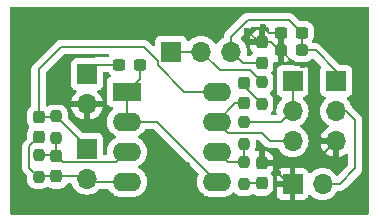
<source format=gbr>
%TF.GenerationSoftware,KiCad,Pcbnew,8.0.6*%
%TF.CreationDate,2024-12-31T17:28:58-06:00*%
%TF.ProjectId,OpAmpDistortion,4f70416d-7044-4697-9374-6f7274696f6e,rev?*%
%TF.SameCoordinates,Original*%
%TF.FileFunction,Copper,L1,Top*%
%TF.FilePolarity,Positive*%
%FSLAX46Y46*%
G04 Gerber Fmt 4.6, Leading zero omitted, Abs format (unit mm)*
G04 Created by KiCad (PCBNEW 8.0.6) date 2024-12-31 17:28:58*
%MOMM*%
%LPD*%
G01*
G04 APERTURE LIST*
G04 Aperture macros list*
%AMRoundRect*
0 Rectangle with rounded corners*
0 $1 Rounding radius*
0 $2 $3 $4 $5 $6 $7 $8 $9 X,Y pos of 4 corners*
0 Add a 4 corners polygon primitive as box body*
4,1,4,$2,$3,$4,$5,$6,$7,$8,$9,$2,$3,0*
0 Add four circle primitives for the rounded corners*
1,1,$1+$1,$2,$3*
1,1,$1+$1,$4,$5*
1,1,$1+$1,$6,$7*
1,1,$1+$1,$8,$9*
0 Add four rect primitives between the rounded corners*
20,1,$1+$1,$2,$3,$4,$5,0*
20,1,$1+$1,$4,$5,$6,$7,0*
20,1,$1+$1,$6,$7,$8,$9,0*
20,1,$1+$1,$8,$9,$2,$3,0*%
G04 Aperture macros list end*
%TA.AperFunction,ComponentPad*%
%ADD10R,1.700000X1.700000*%
%TD*%
%TA.AperFunction,ComponentPad*%
%ADD11O,1.700000X1.700000*%
%TD*%
%TA.AperFunction,SMDPad,CuDef*%
%ADD12RoundRect,0.237500X0.300000X0.237500X-0.300000X0.237500X-0.300000X-0.237500X0.300000X-0.237500X0*%
%TD*%
%TA.AperFunction,SMDPad,CuDef*%
%ADD13RoundRect,0.237500X0.287500X0.237500X-0.287500X0.237500X-0.287500X-0.237500X0.287500X-0.237500X0*%
%TD*%
%TA.AperFunction,SMDPad,CuDef*%
%ADD14RoundRect,0.237500X-0.237500X0.300000X-0.237500X-0.300000X0.237500X-0.300000X0.237500X0.300000X0*%
%TD*%
%TA.AperFunction,SMDPad,CuDef*%
%ADD15RoundRect,0.237500X0.237500X-0.250000X0.237500X0.250000X-0.237500X0.250000X-0.237500X-0.250000X0*%
%TD*%
%TA.AperFunction,ComponentPad*%
%ADD16R,2.400000X1.600000*%
%TD*%
%TA.AperFunction,ComponentPad*%
%ADD17O,2.400000X1.600000*%
%TD*%
%TA.AperFunction,SMDPad,CuDef*%
%ADD18RoundRect,0.237500X-0.237500X0.250000X-0.237500X-0.250000X0.237500X-0.250000X0.237500X0.250000X0*%
%TD*%
%TA.AperFunction,SMDPad,CuDef*%
%ADD19RoundRect,0.237500X-0.300000X-0.237500X0.300000X-0.237500X0.300000X0.237500X-0.300000X0.237500X0*%
%TD*%
%TA.AperFunction,SMDPad,CuDef*%
%ADD20RoundRect,0.237500X0.237500X-0.300000X0.237500X0.300000X-0.237500X0.300000X-0.237500X-0.300000X0*%
%TD*%
%TA.AperFunction,SMDPad,CuDef*%
%ADD21RoundRect,0.237500X-0.237500X0.287500X-0.237500X-0.287500X0.237500X-0.287500X0.237500X0.287500X0*%
%TD*%
%TA.AperFunction,ViaPad*%
%ADD22C,0.600000*%
%TD*%
%TA.AperFunction,Conductor*%
%ADD23C,0.200000*%
%TD*%
G04 APERTURE END LIST*
D10*
%TO.P,RV1,1,1*%
%TO.N,Net-(R4-Pad2)*%
X148900000Y-88375000D03*
D11*
%TO.P,RV1,2,2*%
X148900000Y-90915000D03*
%TO.P,RV1,3,3*%
%TO.N,Net-(C5-Pad1)*%
X148900000Y-93455000D03*
%TD*%
D12*
%TO.P,C6,1*%
%TO.N,Net-(D1-K)*%
X149662500Y-84300000D03*
%TO.P,C6,2*%
%TO.N,GND*%
X147937500Y-84300000D03*
%TD*%
D13*
%TO.P,D1,1,K*%
%TO.N,Net-(D1-K)*%
X149675000Y-85800000D03*
%TO.P,D1,2,A*%
%TO.N,GND*%
X147925000Y-85800000D03*
%TD*%
D14*
%TO.P,C4,1*%
%TO.N,GND*%
X146300000Y-95337500D03*
%TO.P,C4,2*%
%TO.N,Net-(C4-Pad2)*%
X146300000Y-97062500D03*
%TD*%
D10*
%TO.P,RV3,1,1*%
%TO.N,Net-(R5-Pad2)*%
X138620000Y-85900000D03*
D11*
%TO.P,RV3,2,2*%
X141160000Y-85900000D03*
%TO.P,RV3,3,3*%
%TO.N,Net-(D1-K)*%
X143700000Y-85900000D03*
%TD*%
D10*
%TO.P,J1,1,Pin_1*%
%TO.N,Net-(J1-Pin_1)*%
X131500000Y-87825000D03*
D11*
%TO.P,J1,2,Pin_2*%
%TO.N,GND*%
X131500000Y-90365000D03*
%TD*%
D15*
%TO.P,R4,1*%
%TO.N,Net-(U1B--)*%
X144800000Y-93712500D03*
%TO.P,R4,2*%
%TO.N,Net-(R4-Pad2)*%
X144800000Y-91887500D03*
%TD*%
D16*
%TO.P,U1,1*%
%TO.N,Net-(U1A--)*%
X134875000Y-89300000D03*
D17*
%TO.P,U1,2,-*%
X134875000Y-91840000D03*
%TO.P,U1,3,+*%
%TO.N,Net-(U1A-+)*%
X134875000Y-94380000D03*
%TO.P,U1,4,V-*%
%TO.N,Net-(BT1--)*%
X134875000Y-96920000D03*
%TO.P,U1,5,+*%
%TO.N,Net-(U1A--)*%
X142495000Y-96920000D03*
%TO.P,U1,6,-*%
%TO.N,Net-(U1B--)*%
X142495000Y-94380000D03*
%TO.P,U1,7*%
%TO.N,Net-(C5-Pad1)*%
X142495000Y-91840000D03*
%TO.P,U1,8,V+*%
%TO.N,Net-(BT1-+)*%
X142495000Y-89300000D03*
%TD*%
D15*
%TO.P,R3,1*%
%TO.N,Net-(C4-Pad2)*%
X144800000Y-97112500D03*
%TO.P,R3,2*%
%TO.N,Net-(U1B--)*%
X144800000Y-95287500D03*
%TD*%
D10*
%TO.P,RV2,1,1*%
%TO.N,Net-(D1-K)*%
X152603200Y-88392000D03*
D11*
%TO.P,RV2,2,2*%
%TO.N,Net-(J2-Pin_2)*%
X152603200Y-90932000D03*
%TO.P,RV2,3,3*%
%TO.N,GND*%
X152603200Y-93472000D03*
%TD*%
D18*
%TO.P,R1,1*%
%TO.N,Net-(BT1-+)*%
X128900000Y-91387500D03*
%TO.P,R1,2*%
%TO.N,Net-(U1A-+)*%
X128900000Y-93212500D03*
%TD*%
D19*
%TO.P,C3,1*%
%TO.N,Net-(J1-Pin_1)*%
X134237500Y-87000000D03*
%TO.P,C3,2*%
%TO.N,Net-(U1A--)*%
X135962500Y-87000000D03*
%TD*%
D14*
%TO.P,C2,1*%
%TO.N,Net-(U1A-+)*%
X128900000Y-94737500D03*
%TO.P,C2,2*%
%TO.N,Net-(BT1--)*%
X128900000Y-96462500D03*
%TD*%
D20*
%TO.P,C5,1*%
%TO.N,Net-(C5-Pad1)*%
X144800000Y-90262500D03*
%TO.P,C5,2*%
%TO.N,Net-(C5-Pad2)*%
X144800000Y-88537500D03*
%TD*%
D10*
%TO.P,J2,1,Pin_1*%
%TO.N,GND*%
X148900000Y-97100000D03*
D11*
%TO.P,J2,2,Pin_2*%
%TO.N,Net-(J2-Pin_2)*%
X151440000Y-97100000D03*
%TD*%
D15*
%TO.P,R5,1*%
%TO.N,Net-(C5-Pad2)*%
X146300000Y-90312500D03*
%TO.P,R5,2*%
%TO.N,Net-(R5-Pad2)*%
X146300000Y-88487500D03*
%TD*%
D10*
%TO.P,BT1,1,+*%
%TO.N,Net-(BT1-+)*%
X131500000Y-94125000D03*
D11*
%TO.P,BT1,2,-*%
%TO.N,Net-(BT1--)*%
X131500000Y-96665000D03*
%TD*%
D14*
%TO.P,C1,1*%
%TO.N,Net-(BT1-+)*%
X127400000Y-91437500D03*
%TO.P,C1,2*%
%TO.N,Net-(BT1--)*%
X127400000Y-93162500D03*
%TD*%
D21*
%TO.P,D2,1,K*%
%TO.N,GND*%
X146300000Y-85125000D03*
%TO.P,D2,2,A*%
%TO.N,Net-(D1-K)*%
X146300000Y-86875000D03*
%TD*%
D18*
%TO.P,R2,1*%
%TO.N,Net-(U1A-+)*%
X127400000Y-94687500D03*
%TO.P,R2,2*%
%TO.N,Net-(BT1--)*%
X127400000Y-96512500D03*
%TD*%
D22*
%TO.N,GND*%
X146300000Y-94050000D03*
X151079200Y-95199200D03*
X147700000Y-96200000D03*
X129150000Y-89650000D03*
X140000000Y-97500000D03*
X137000000Y-97500000D03*
X139000000Y-97500000D03*
X138000000Y-96500000D03*
X146400000Y-83800000D03*
X149800000Y-87000000D03*
X145049265Y-84149265D03*
X137000000Y-96500000D03*
X139000000Y-95500000D03*
X138000000Y-95500000D03*
X138000000Y-97500000D03*
X150774400Y-92659200D03*
X137000000Y-95500000D03*
X139000000Y-96500000D03*
X140000000Y-95500000D03*
X140000000Y-96500000D03*
%TD*%
D23*
%TO.N,Net-(BT1--)*%
X134875000Y-96920000D02*
X131755000Y-96920000D01*
X127400000Y-93162500D02*
X126625000Y-93937500D01*
X126625000Y-95737500D02*
X127400000Y-96512500D01*
X128850000Y-96512500D02*
X128900000Y-96462500D01*
X131297500Y-96462500D02*
X128900000Y-96462500D01*
X131755000Y-96920000D02*
X131500000Y-96665000D01*
X128900000Y-96462500D02*
X127450000Y-96462500D01*
X126625000Y-93937500D02*
X126625000Y-95737500D01*
X131500000Y-96665000D02*
X131297500Y-96462500D01*
X127450000Y-96462500D02*
X127400000Y-96512500D01*
%TO.N,Net-(BT1-+)*%
X128900000Y-91387500D02*
X131500000Y-93987500D01*
X131500000Y-93987500D02*
X131500000Y-94125000D01*
X127400000Y-91437500D02*
X128850000Y-91437500D01*
X139720000Y-89300000D02*
X137470000Y-87050000D01*
X131500000Y-93700000D02*
X131500000Y-94125000D01*
X137470000Y-87050000D02*
X137470000Y-86670000D01*
X127450000Y-91387500D02*
X127400000Y-91437500D01*
X142495000Y-89300000D02*
X139720000Y-89300000D01*
X128850000Y-91437500D02*
X128900000Y-91387500D01*
X137470000Y-86670000D02*
X136300000Y-85500000D01*
X136300000Y-85500000D02*
X129300000Y-85500000D01*
X127400000Y-87400000D02*
X127400000Y-91437500D01*
X128900000Y-91387500D02*
X129187500Y-91387500D01*
X129300000Y-85500000D02*
X127400000Y-87400000D01*
%TO.N,Net-(U1A-+)*%
X127400000Y-94687500D02*
X128850000Y-94687500D01*
X128900000Y-94737500D02*
X129437500Y-95275000D01*
X129437500Y-95275000D02*
X133980000Y-95275000D01*
X128850000Y-94687500D02*
X128900000Y-94737500D01*
X128900000Y-94737500D02*
X128900000Y-93212500D01*
X133980000Y-95275000D02*
X134875000Y-94380000D01*
%TO.N,Net-(U1A--)*%
X134875000Y-91840000D02*
X137415000Y-91840000D01*
X137415000Y-91840000D02*
X142495000Y-96920000D01*
X134875000Y-91840000D02*
X134875000Y-89300000D01*
X135962500Y-87000000D02*
X135962500Y-88212500D01*
X135962500Y-88212500D02*
X134875000Y-89300000D01*
%TO.N,Net-(J1-Pin_1)*%
X132325000Y-87000000D02*
X131500000Y-87825000D01*
X134237500Y-87000000D02*
X132325000Y-87000000D01*
%TO.N,Net-(C4-Pad2)*%
X146300000Y-97062500D02*
X144850000Y-97062500D01*
X144850000Y-97062500D02*
X144800000Y-97112500D01*
%TO.N,GND*%
X146900000Y-84300000D02*
X146400000Y-83800000D01*
X147925000Y-85800000D02*
X147750000Y-85800000D01*
X146300000Y-95337500D02*
X146300000Y-94050000D01*
X148900000Y-97100000D02*
X148900000Y-97040000D01*
X149125000Y-87000000D02*
X149800000Y-87000000D01*
X148900000Y-97100000D02*
X148600000Y-97100000D01*
X146025000Y-85125000D02*
X145049265Y-84149265D01*
X147937500Y-84300000D02*
X146900000Y-84300000D01*
X147075000Y-85125000D02*
X146300000Y-85125000D01*
X151587200Y-93472000D02*
X150774400Y-92659200D01*
X147750000Y-85800000D02*
X147075000Y-85125000D01*
X151079200Y-94996000D02*
X151079200Y-95199200D01*
X152603200Y-93472000D02*
X151079200Y-94996000D01*
X147937500Y-84300000D02*
X147937500Y-85787500D01*
X147937500Y-85787500D02*
X147925000Y-85800000D01*
X152603200Y-93472000D02*
X151587200Y-93472000D01*
X129865000Y-90365000D02*
X129150000Y-89650000D01*
X148600000Y-97100000D02*
X147700000Y-96200000D01*
X131500000Y-90365000D02*
X129865000Y-90365000D01*
X146300000Y-85125000D02*
X146025000Y-85125000D01*
X147925000Y-85800000D02*
X149125000Y-87000000D01*
%TO.N,Net-(C5-Pad2)*%
X144800000Y-88812500D02*
X146300000Y-90312500D01*
X144800000Y-88537500D02*
X144800000Y-88812500D01*
%TO.N,Net-(C5-Pad1)*%
X146955000Y-93455000D02*
X146300000Y-92800000D01*
X146300000Y-92800000D02*
X143455000Y-92800000D01*
X148900000Y-93455000D02*
X146955000Y-93455000D01*
X142495000Y-91840000D02*
X144072500Y-90262500D01*
X143455000Y-92800000D02*
X142495000Y-91840000D01*
X144072500Y-90262500D02*
X144800000Y-90262500D01*
%TO.N,Net-(D1-K)*%
X149662500Y-84300000D02*
X149662500Y-85787500D01*
X143700000Y-85900000D02*
X144675000Y-86875000D01*
X152603200Y-88392000D02*
X152603200Y-87553200D01*
X149662500Y-84300000D02*
X148572900Y-83210400D01*
X143700000Y-84650000D02*
X143700000Y-85900000D01*
X144675000Y-86875000D02*
X146300000Y-86875000D01*
X146648529Y-83200000D02*
X145150000Y-83200000D01*
X145150000Y-83200000D02*
X143700000Y-84650000D01*
X149662500Y-85787500D02*
X149675000Y-85800000D01*
X149675000Y-85800000D02*
X150850000Y-85800000D01*
X146658929Y-83210400D02*
X146648529Y-83200000D01*
X152603200Y-87553200D02*
X150850000Y-85800000D01*
X148572900Y-83210400D02*
X146658929Y-83210400D01*
%TO.N,Net-(J2-Pin_2)*%
X151440000Y-97100000D02*
X152900000Y-97100000D01*
X153416000Y-90932000D02*
X152603200Y-90932000D01*
X154200000Y-91716000D02*
X153416000Y-90932000D01*
X152900000Y-97100000D02*
X154200000Y-95800000D01*
X154200000Y-95800000D02*
X154200000Y-91716000D01*
%TO.N,Net-(U1B--)*%
X143402500Y-95287500D02*
X142495000Y-94380000D01*
X144800000Y-93712500D02*
X144800000Y-95287500D01*
X144800000Y-95287500D02*
X143402500Y-95287500D01*
%TO.N,Net-(R4-Pad2)*%
X147927500Y-91887500D02*
X144800000Y-91887500D01*
X148900000Y-90915000D02*
X147927500Y-91887500D01*
X148900000Y-90915000D02*
X148900000Y-88375000D01*
%TO.N,Net-(R5-Pad2)*%
X145312500Y-87500000D02*
X142760000Y-87500000D01*
X142760000Y-87500000D02*
X141160000Y-85900000D01*
X138620000Y-85900000D02*
X141160000Y-85900000D01*
X146300000Y-88487500D02*
X145312500Y-87500000D01*
%TD*%
%TA.AperFunction,Conductor*%
%TO.N,GND*%
G36*
X133324622Y-86120185D02*
G01*
X133370377Y-86172989D01*
X133380321Y-86242147D01*
X133357611Y-86294983D01*
X133358452Y-86295502D01*
X133354944Y-86301188D01*
X133354849Y-86301411D01*
X133354659Y-86301650D01*
X133330638Y-86340596D01*
X133278690Y-86387321D01*
X133225099Y-86399500D01*
X132404057Y-86399500D01*
X132245942Y-86399500D01*
X132093215Y-86440423D01*
X132071166Y-86453152D01*
X132062965Y-86457888D01*
X132000966Y-86474500D01*
X130602129Y-86474500D01*
X130602123Y-86474501D01*
X130542516Y-86480908D01*
X130407671Y-86531202D01*
X130407664Y-86531206D01*
X130292455Y-86617452D01*
X130292452Y-86617455D01*
X130206206Y-86732664D01*
X130206202Y-86732671D01*
X130155908Y-86867517D01*
X130149501Y-86927116D01*
X130149500Y-86927135D01*
X130149500Y-88722870D01*
X130149501Y-88722876D01*
X130155908Y-88782483D01*
X130206202Y-88917328D01*
X130206206Y-88917335D01*
X130292452Y-89032544D01*
X130292455Y-89032547D01*
X130407664Y-89118793D01*
X130407671Y-89118797D01*
X130407674Y-89118798D01*
X130539598Y-89168002D01*
X130595531Y-89209873D01*
X130619949Y-89275337D01*
X130605098Y-89343610D01*
X130583947Y-89371865D01*
X130461886Y-89493926D01*
X130326400Y-89687420D01*
X130326399Y-89687422D01*
X130226570Y-89901507D01*
X130226567Y-89901513D01*
X130169364Y-90114999D01*
X130169364Y-90115000D01*
X131066988Y-90115000D01*
X131034075Y-90172007D01*
X131000000Y-90299174D01*
X131000000Y-90430826D01*
X131034075Y-90557993D01*
X131066988Y-90615000D01*
X130169364Y-90615000D01*
X130226567Y-90828486D01*
X130226570Y-90828492D01*
X130326399Y-91042578D01*
X130461894Y-91236082D01*
X130628917Y-91403105D01*
X130822421Y-91538600D01*
X131036507Y-91638429D01*
X131036516Y-91638433D01*
X131250000Y-91695634D01*
X131250000Y-90798012D01*
X131307007Y-90830925D01*
X131434174Y-90865000D01*
X131565826Y-90865000D01*
X131692993Y-90830925D01*
X131750000Y-90798012D01*
X131750000Y-91695633D01*
X131963483Y-91638433D01*
X131963492Y-91638429D01*
X132177578Y-91538600D01*
X132371082Y-91403105D01*
X132538105Y-91236082D01*
X132673600Y-91042578D01*
X132773429Y-90828492D01*
X132773432Y-90828486D01*
X132830636Y-90615000D01*
X131933012Y-90615000D01*
X131965925Y-90557993D01*
X132000000Y-90430826D01*
X132000000Y-90299174D01*
X131965925Y-90172007D01*
X131933012Y-90115000D01*
X132830636Y-90115000D01*
X132830635Y-90114999D01*
X132773432Y-89901513D01*
X132773429Y-89901507D01*
X132673600Y-89687422D01*
X132673599Y-89687420D01*
X132538113Y-89493926D01*
X132538108Y-89493920D01*
X132416053Y-89371865D01*
X132382568Y-89310542D01*
X132387552Y-89240850D01*
X132429424Y-89184917D01*
X132460400Y-89168002D01*
X132592331Y-89118796D01*
X132707546Y-89032546D01*
X132793796Y-88917331D01*
X132844091Y-88782483D01*
X132850500Y-88722873D01*
X132850499Y-87724499D01*
X132870183Y-87657461D01*
X132922987Y-87611706D01*
X132974499Y-87600500D01*
X133225099Y-87600500D01*
X133292138Y-87620185D01*
X133330638Y-87659404D01*
X133354659Y-87698349D01*
X133476650Y-87820340D01*
X133482566Y-87823989D01*
X133529291Y-87875936D01*
X133540514Y-87944899D01*
X133512671Y-88008981D01*
X133460804Y-88045710D01*
X133432669Y-88056203D01*
X133432664Y-88056206D01*
X133317455Y-88142452D01*
X133317452Y-88142455D01*
X133231206Y-88257664D01*
X133231202Y-88257671D01*
X133180908Y-88392517D01*
X133174501Y-88452116D01*
X133174501Y-88452123D01*
X133174500Y-88452135D01*
X133174500Y-90147870D01*
X133174501Y-90147876D01*
X133180908Y-90207483D01*
X133231202Y-90342328D01*
X133231206Y-90342335D01*
X133317452Y-90457544D01*
X133317455Y-90457547D01*
X133432664Y-90543793D01*
X133432671Y-90543797D01*
X133470733Y-90557993D01*
X133567517Y-90594091D01*
X133604441Y-90598060D01*
X133668989Y-90624796D01*
X133708838Y-90682188D01*
X133711333Y-90752013D01*
X133675681Y-90812102D01*
X133664071Y-90821666D01*
X133627784Y-90848030D01*
X133483028Y-90992786D01*
X133362715Y-91158386D01*
X133269781Y-91340776D01*
X133206522Y-91535465D01*
X133174500Y-91737648D01*
X133174500Y-91942351D01*
X133206522Y-92144534D01*
X133269781Y-92339223D01*
X133318017Y-92433890D01*
X133345588Y-92488001D01*
X133362715Y-92521613D01*
X133483028Y-92687213D01*
X133627786Y-92831971D01*
X133745443Y-92917452D01*
X133793390Y-92952287D01*
X133870026Y-92991335D01*
X133886080Y-92999515D01*
X133936876Y-93047490D01*
X133953671Y-93115311D01*
X133931134Y-93181446D01*
X133886080Y-93220485D01*
X133793386Y-93267715D01*
X133627786Y-93388028D01*
X133483028Y-93532786D01*
X133362715Y-93698386D01*
X133269781Y-93880776D01*
X133206522Y-94075465D01*
X133189092Y-94185518D01*
X133174500Y-94277648D01*
X133174500Y-94482352D01*
X133182221Y-94531103D01*
X133173268Y-94600394D01*
X133128272Y-94653847D01*
X133061521Y-94674487D01*
X133059749Y-94674500D01*
X132974500Y-94674500D01*
X132907461Y-94654815D01*
X132861706Y-94602011D01*
X132850500Y-94550500D01*
X132850499Y-93227129D01*
X132850498Y-93227123D01*
X132849947Y-93222000D01*
X132844091Y-93167517D01*
X132824619Y-93115311D01*
X132793797Y-93032671D01*
X132793793Y-93032664D01*
X132707547Y-92917455D01*
X132707544Y-92917452D01*
X132592335Y-92831206D01*
X132592328Y-92831202D01*
X132457482Y-92780908D01*
X132457483Y-92780908D01*
X132397883Y-92774501D01*
X132397881Y-92774500D01*
X132397873Y-92774500D01*
X132397865Y-92774500D01*
X131187597Y-92774500D01*
X131120558Y-92754815D01*
X131099916Y-92738181D01*
X129911818Y-91550083D01*
X129878333Y-91488760D01*
X129875499Y-91462402D01*
X129875499Y-91088330D01*
X129875498Y-91088313D01*
X129865174Y-90987247D01*
X129846867Y-90932000D01*
X129810908Y-90823484D01*
X129720340Y-90676650D01*
X129598350Y-90554660D01*
X129458405Y-90468341D01*
X129451518Y-90464093D01*
X129451513Y-90464091D01*
X129450069Y-90463612D01*
X129287753Y-90409826D01*
X129287751Y-90409825D01*
X129186678Y-90399500D01*
X128613330Y-90399500D01*
X128613312Y-90399501D01*
X128512247Y-90409825D01*
X128348484Y-90464092D01*
X128348481Y-90464093D01*
X128240599Y-90530636D01*
X128215099Y-90546365D01*
X128215097Y-90546366D01*
X128147704Y-90564806D01*
X128084902Y-90546365D01*
X128059402Y-90530636D01*
X128012678Y-90478687D01*
X128000500Y-90425098D01*
X128000500Y-87700097D01*
X128020185Y-87633058D01*
X128036819Y-87612416D01*
X129512417Y-86136819D01*
X129573740Y-86103334D01*
X129600098Y-86100500D01*
X133257583Y-86100500D01*
X133324622Y-86120185D01*
G37*
%TD.AperFunction*%
%TA.AperFunction,Conductor*%
G36*
X146556823Y-83804725D02*
G01*
X146579872Y-83810901D01*
X146579873Y-83810901D01*
X146745582Y-83810901D01*
X146745598Y-83810900D01*
X146783369Y-83810900D01*
X146850408Y-83830585D01*
X146896163Y-83883389D01*
X146906727Y-83947502D01*
X146899999Y-84013354D01*
X146899900Y-84015306D01*
X146899759Y-84015708D01*
X146899679Y-84016493D01*
X146899491Y-84016473D01*
X146876823Y-84081255D01*
X146821755Y-84124258D01*
X146752179Y-84130663D01*
X146737058Y-84126690D01*
X146687653Y-84110319D01*
X146586654Y-84100000D01*
X146550000Y-84100000D01*
X146550000Y-85251000D01*
X146530315Y-85318039D01*
X146477511Y-85363794D01*
X146426000Y-85375000D01*
X145325001Y-85375000D01*
X145325001Y-85461654D01*
X145335319Y-85562652D01*
X145389546Y-85726300D01*
X145389551Y-85726311D01*
X145480052Y-85873034D01*
X145480055Y-85873038D01*
X145518982Y-85911965D01*
X145552467Y-85973288D01*
X145547483Y-86042980D01*
X145518983Y-86087326D01*
X145479659Y-86126650D01*
X145424798Y-86215596D01*
X145372850Y-86262321D01*
X145319259Y-86274500D01*
X145158216Y-86274500D01*
X145091177Y-86254815D01*
X145045422Y-86202011D01*
X145034688Y-86139692D01*
X145039327Y-86086676D01*
X145055659Y-85900000D01*
X145035063Y-85664592D01*
X144973903Y-85436337D01*
X144874035Y-85222171D01*
X144868425Y-85214158D01*
X144738494Y-85028597D01*
X144571404Y-84861508D01*
X144571401Y-84861505D01*
X144555012Y-84850029D01*
X144511389Y-84795450D01*
X144510654Y-84788345D01*
X145325000Y-84788345D01*
X145325000Y-84875000D01*
X146050000Y-84875000D01*
X146050000Y-84100000D01*
X146013361Y-84100000D01*
X146013343Y-84100001D01*
X145912347Y-84110319D01*
X145748699Y-84164546D01*
X145748688Y-84164551D01*
X145601965Y-84255052D01*
X145601961Y-84255055D01*
X145480055Y-84376961D01*
X145480052Y-84376965D01*
X145389551Y-84523688D01*
X145389546Y-84523699D01*
X145335319Y-84687347D01*
X145325000Y-84788345D01*
X144510654Y-84788345D01*
X144504198Y-84725952D01*
X144535723Y-84663598D01*
X144538420Y-84660814D01*
X145362417Y-83836819D01*
X145423740Y-83803334D01*
X145450098Y-83800500D01*
X146524730Y-83800500D01*
X146556823Y-83804725D01*
G37*
%TD.AperFunction*%
%TA.AperFunction,Conductor*%
G36*
X155342539Y-82113785D02*
G01*
X155388294Y-82166589D01*
X155399500Y-82218100D01*
X155399500Y-99575500D01*
X155379815Y-99642539D01*
X155327011Y-99688294D01*
X155275500Y-99699500D01*
X125124500Y-99699500D01*
X125057461Y-99679815D01*
X125011706Y-99627011D01*
X125000500Y-99575500D01*
X125000500Y-95816554D01*
X126024498Y-95816554D01*
X126065423Y-95969285D01*
X126075750Y-95987171D01*
X126075751Y-95987174D01*
X126144475Y-96106209D01*
X126144481Y-96106217D01*
X126263349Y-96225085D01*
X126263355Y-96225090D01*
X126388181Y-96349916D01*
X126421666Y-96411239D01*
X126424500Y-96437597D01*
X126424500Y-96811669D01*
X126424501Y-96811687D01*
X126434825Y-96912752D01*
X126471109Y-97022249D01*
X126489092Y-97076516D01*
X126579660Y-97223350D01*
X126701650Y-97345340D01*
X126848484Y-97435908D01*
X127012247Y-97490174D01*
X127113323Y-97500500D01*
X127686676Y-97500499D01*
X127686684Y-97500498D01*
X127686687Y-97500498D01*
X127742030Y-97494844D01*
X127787753Y-97490174D01*
X127951516Y-97435908D01*
X128084903Y-97353633D01*
X128152295Y-97335193D01*
X128215097Y-97353634D01*
X128348475Y-97435903D01*
X128348478Y-97435904D01*
X128348484Y-97435908D01*
X128512247Y-97490174D01*
X128613323Y-97500500D01*
X129186676Y-97500499D01*
X129186684Y-97500498D01*
X129186687Y-97500498D01*
X129242030Y-97494844D01*
X129287753Y-97490174D01*
X129451516Y-97435908D01*
X129598350Y-97345340D01*
X129720340Y-97223350D01*
X129775085Y-97134595D01*
X129782914Y-97121903D01*
X129834862Y-97075178D01*
X129888452Y-97063000D01*
X130116481Y-97063000D01*
X130183520Y-97082685D01*
X130228863Y-97134595D01*
X130325965Y-97342830D01*
X130325967Y-97342834D01*
X130391138Y-97435907D01*
X130461505Y-97536401D01*
X130628599Y-97703495D01*
X130719598Y-97767213D01*
X130822165Y-97839032D01*
X130822167Y-97839033D01*
X130822170Y-97839035D01*
X131036337Y-97938903D01*
X131036343Y-97938904D01*
X131036344Y-97938905D01*
X131091285Y-97953626D01*
X131264592Y-98000063D01*
X131448817Y-98016181D01*
X131499999Y-98020659D01*
X131500000Y-98020659D01*
X131500001Y-98020659D01*
X131539234Y-98017226D01*
X131735408Y-98000063D01*
X131963663Y-97938903D01*
X132177830Y-97839035D01*
X132371401Y-97703495D01*
X132518077Y-97556819D01*
X132579400Y-97523334D01*
X132605758Y-97520500D01*
X133245398Y-97520500D01*
X133312437Y-97540185D01*
X133355883Y-97588205D01*
X133362715Y-97601614D01*
X133483028Y-97767213D01*
X133627786Y-97911971D01*
X133749034Y-98000061D01*
X133793390Y-98032287D01*
X133909607Y-98091503D01*
X133975776Y-98125218D01*
X133975778Y-98125218D01*
X133975781Y-98125220D01*
X134080137Y-98159127D01*
X134170465Y-98188477D01*
X134271557Y-98204488D01*
X134372648Y-98220500D01*
X134372649Y-98220500D01*
X135377351Y-98220500D01*
X135377352Y-98220500D01*
X135579534Y-98188477D01*
X135774219Y-98125220D01*
X135956610Y-98032287D01*
X136049590Y-97964732D01*
X136122213Y-97911971D01*
X136122215Y-97911968D01*
X136122219Y-97911966D01*
X136266966Y-97767219D01*
X136266968Y-97767215D01*
X136266971Y-97767213D01*
X136319732Y-97694590D01*
X136387287Y-97601610D01*
X136480220Y-97419219D01*
X136543477Y-97224534D01*
X136575500Y-97022352D01*
X136575500Y-96817648D01*
X136558977Y-96713330D01*
X136543477Y-96615465D01*
X136485684Y-96437597D01*
X136480220Y-96420781D01*
X136480218Y-96420778D01*
X136480218Y-96420776D01*
X136433068Y-96328241D01*
X136387287Y-96238390D01*
X136372488Y-96218021D01*
X136266971Y-96072786D01*
X136122213Y-95928028D01*
X135956614Y-95807715D01*
X135872659Y-95764938D01*
X135863917Y-95760483D01*
X135813123Y-95712511D01*
X135796328Y-95644690D01*
X135818865Y-95578555D01*
X135863917Y-95539516D01*
X135956610Y-95492287D01*
X135996232Y-95463500D01*
X136122213Y-95371971D01*
X136122215Y-95371968D01*
X136122219Y-95371966D01*
X136266966Y-95227219D01*
X136266968Y-95227215D01*
X136266971Y-95227213D01*
X136319732Y-95154590D01*
X136387287Y-95061610D01*
X136480220Y-94879219D01*
X136543477Y-94684534D01*
X136575500Y-94482352D01*
X136575500Y-94277648D01*
X136560908Y-94185518D01*
X136543477Y-94075465D01*
X136509859Y-93972000D01*
X136480220Y-93880781D01*
X136480218Y-93880778D01*
X136480218Y-93880776D01*
X136427094Y-93776516D01*
X136387287Y-93698390D01*
X136325069Y-93612753D01*
X136266971Y-93532786D01*
X136122213Y-93388028D01*
X135956614Y-93267715D01*
X135897121Y-93237402D01*
X135863917Y-93220483D01*
X135813123Y-93172511D01*
X135796328Y-93104690D01*
X135818865Y-93038555D01*
X135863917Y-92999516D01*
X135956610Y-92952287D01*
X136004557Y-92917452D01*
X136122213Y-92831971D01*
X136122215Y-92831968D01*
X136122219Y-92831966D01*
X136266966Y-92687219D01*
X136266968Y-92687215D01*
X136266971Y-92687213D01*
X136387284Y-92521614D01*
X136387285Y-92521613D01*
X136387287Y-92521610D01*
X136394117Y-92508204D01*
X136442091Y-92457409D01*
X136504602Y-92440500D01*
X137114903Y-92440500D01*
X137181942Y-92460185D01*
X137202584Y-92476819D01*
X140912744Y-96186979D01*
X140946229Y-96248302D01*
X140941245Y-96317994D01*
X140935548Y-96330954D01*
X140889779Y-96420781D01*
X140889779Y-96420782D01*
X140826523Y-96615461D01*
X140826523Y-96615464D01*
X140798405Y-96792993D01*
X140794500Y-96817648D01*
X140794500Y-97022352D01*
X140798878Y-97049995D01*
X140826522Y-97224534D01*
X140889781Y-97419223D01*
X140982715Y-97601613D01*
X141103028Y-97767213D01*
X141247786Y-97911971D01*
X141369034Y-98000061D01*
X141413390Y-98032287D01*
X141529607Y-98091503D01*
X141595776Y-98125218D01*
X141595778Y-98125218D01*
X141595781Y-98125220D01*
X141700137Y-98159127D01*
X141790465Y-98188477D01*
X141891557Y-98204488D01*
X141992648Y-98220500D01*
X141992649Y-98220500D01*
X142997351Y-98220500D01*
X142997352Y-98220500D01*
X143199534Y-98188477D01*
X143394219Y-98125220D01*
X143576610Y-98032287D01*
X143742219Y-97911966D01*
X143817569Y-97836615D01*
X143878888Y-97803133D01*
X143948580Y-97808117D01*
X143992928Y-97836618D01*
X144101650Y-97945340D01*
X144248484Y-98035908D01*
X144412247Y-98090174D01*
X144513323Y-98100500D01*
X145086676Y-98100499D01*
X145086684Y-98100498D01*
X145086687Y-98100498D01*
X145142030Y-98094844D01*
X145187753Y-98090174D01*
X145351516Y-98035908D01*
X145484903Y-97953633D01*
X145552295Y-97935193D01*
X145615097Y-97953634D01*
X145748475Y-98035903D01*
X145748478Y-98035904D01*
X145748484Y-98035908D01*
X145912247Y-98090174D01*
X146013323Y-98100500D01*
X146586676Y-98100499D01*
X146586684Y-98100498D01*
X146586687Y-98100498D01*
X146642030Y-98094844D01*
X146687753Y-98090174D01*
X146851516Y-98035908D01*
X146998350Y-97945340D01*
X147120340Y-97823350D01*
X147210908Y-97676516D01*
X147265174Y-97512753D01*
X147275500Y-97411677D01*
X147275499Y-96713324D01*
X147265174Y-96612247D01*
X147210908Y-96448484D01*
X147120340Y-96301650D01*
X147106017Y-96287327D01*
X147072532Y-96226004D01*
X147077516Y-96156312D01*
X147106021Y-96111960D01*
X147119947Y-96098035D01*
X147210448Y-95951311D01*
X147210453Y-95951300D01*
X147264680Y-95787652D01*
X147274999Y-95686654D01*
X147275000Y-95686641D01*
X147275000Y-95587500D01*
X146174000Y-95587500D01*
X146106961Y-95567815D01*
X146061206Y-95515011D01*
X146050000Y-95463500D01*
X146050000Y-95087500D01*
X146550000Y-95087500D01*
X147274999Y-95087500D01*
X147274999Y-94988360D01*
X147274998Y-94988345D01*
X147264680Y-94887347D01*
X147210453Y-94723699D01*
X147210448Y-94723688D01*
X147119947Y-94576965D01*
X147119944Y-94576961D01*
X146998038Y-94455055D01*
X146998034Y-94455052D01*
X146851311Y-94364551D01*
X146851300Y-94364546D01*
X146687652Y-94310319D01*
X146586654Y-94300000D01*
X146550000Y-94300000D01*
X146550000Y-95087500D01*
X146050000Y-95087500D01*
X146050000Y-94300000D01*
X146013361Y-94300000D01*
X146013343Y-94300001D01*
X145912348Y-94310319D01*
X145907849Y-94311810D01*
X145838021Y-94314210D01*
X145777979Y-94278478D01*
X145746788Y-94215957D01*
X145751140Y-94155102D01*
X145765174Y-94112753D01*
X145775500Y-94011677D01*
X145775499Y-93524499D01*
X145795183Y-93457461D01*
X145847987Y-93411706D01*
X145899499Y-93400500D01*
X145999903Y-93400500D01*
X146066942Y-93420185D01*
X146087584Y-93436819D01*
X146470139Y-93819374D01*
X146470149Y-93819385D01*
X146474479Y-93823715D01*
X146474480Y-93823716D01*
X146586284Y-93935520D01*
X146657524Y-93976650D01*
X146723215Y-94014577D01*
X146875943Y-94055501D01*
X146875946Y-94055501D01*
X147041653Y-94055501D01*
X147041669Y-94055500D01*
X147610909Y-94055500D01*
X147677948Y-94075185D01*
X147723292Y-94127097D01*
X147725965Y-94132830D01*
X147861505Y-94326401D01*
X148028599Y-94493495D01*
X148052321Y-94510105D01*
X148222165Y-94629032D01*
X148222167Y-94629033D01*
X148222170Y-94629035D01*
X148436337Y-94728903D01*
X148664592Y-94790063D01*
X148852918Y-94806539D01*
X148899999Y-94810659D01*
X148900000Y-94810659D01*
X148900001Y-94810659D01*
X148939234Y-94807226D01*
X149135408Y-94790063D01*
X149363663Y-94728903D01*
X149577830Y-94629035D01*
X149771401Y-94493495D01*
X149938495Y-94326401D01*
X150074035Y-94132830D01*
X150173903Y-93918663D01*
X150235063Y-93690408D01*
X150255659Y-93455000D01*
X150235063Y-93219592D01*
X150173903Y-92991337D01*
X150074035Y-92777171D01*
X150074034Y-92777169D01*
X149938494Y-92583597D01*
X149771402Y-92416506D01*
X149771396Y-92416501D01*
X149585842Y-92286575D01*
X149542217Y-92231998D01*
X149535023Y-92162500D01*
X149566546Y-92100145D01*
X149585842Y-92083425D01*
X149747118Y-91970498D01*
X149771401Y-91953495D01*
X149938495Y-91786401D01*
X150074035Y-91592830D01*
X150173903Y-91378663D01*
X150235063Y-91150408D01*
X150255659Y-90915000D01*
X150235063Y-90679592D01*
X150173903Y-90451337D01*
X150074035Y-90237171D01*
X150053247Y-90207483D01*
X149938496Y-90043600D01*
X149908208Y-90013312D01*
X149816567Y-89921671D01*
X149783084Y-89860351D01*
X149788068Y-89790659D01*
X149829939Y-89734725D01*
X149860915Y-89717810D01*
X149992331Y-89668796D01*
X150107546Y-89582546D01*
X150193796Y-89467331D01*
X150244091Y-89332483D01*
X150250500Y-89272873D01*
X150250499Y-87477128D01*
X150244091Y-87417517D01*
X150237877Y-87400857D01*
X150193797Y-87282671D01*
X150193793Y-87282664D01*
X150107547Y-87167455D01*
X150107544Y-87167452D01*
X149992335Y-87081206D01*
X149992328Y-87081202D01*
X149857482Y-87030908D01*
X149857483Y-87030908D01*
X149797883Y-87024501D01*
X149797881Y-87024500D01*
X149797873Y-87024500D01*
X149797864Y-87024500D01*
X148002129Y-87024500D01*
X148002123Y-87024501D01*
X147942516Y-87030908D01*
X147807671Y-87081202D01*
X147807664Y-87081206D01*
X147692455Y-87167452D01*
X147692452Y-87167455D01*
X147606206Y-87282664D01*
X147606202Y-87282671D01*
X147555908Y-87417517D01*
X147551107Y-87462180D01*
X147549501Y-87477123D01*
X147549500Y-87477135D01*
X147549500Y-89272870D01*
X147549501Y-89272876D01*
X147555908Y-89332483D01*
X147606202Y-89467328D01*
X147606206Y-89467335D01*
X147692452Y-89582544D01*
X147692455Y-89582547D01*
X147807664Y-89668793D01*
X147807671Y-89668797D01*
X147939081Y-89717810D01*
X147995015Y-89759681D01*
X148019432Y-89825145D01*
X148004580Y-89893418D01*
X147983430Y-89921673D01*
X147861503Y-90043600D01*
X147725965Y-90237169D01*
X147725964Y-90237171D01*
X147626098Y-90451335D01*
X147626094Y-90451344D01*
X147564938Y-90679586D01*
X147564936Y-90679596D01*
X147544341Y-90914999D01*
X147544341Y-90915000D01*
X147565093Y-91152192D01*
X147551326Y-91220692D01*
X147502711Y-91270876D01*
X147441565Y-91287000D01*
X147156052Y-91287000D01*
X147089013Y-91267315D01*
X147043258Y-91214511D01*
X147033314Y-91145353D01*
X147062339Y-91081797D01*
X147068371Y-91075319D01*
X147120340Y-91023350D01*
X147210908Y-90876516D01*
X147265174Y-90712753D01*
X147275500Y-90611677D01*
X147275499Y-90013324D01*
X147272259Y-89981610D01*
X147265174Y-89912247D01*
X147258935Y-89893418D01*
X147210908Y-89748484D01*
X147120340Y-89601650D01*
X147006371Y-89487681D01*
X146972886Y-89426358D01*
X146977870Y-89356666D01*
X147006371Y-89312319D01*
X147045826Y-89272864D01*
X147120340Y-89198350D01*
X147210908Y-89051516D01*
X147265174Y-88887753D01*
X147275500Y-88786677D01*
X147275499Y-88188324D01*
X147270813Y-88142455D01*
X147265174Y-88087247D01*
X147251410Y-88045710D01*
X147210908Y-87923484D01*
X147120340Y-87776650D01*
X147120338Y-87776648D01*
X147116548Y-87770503D01*
X147117680Y-87769804D01*
X147094406Y-87712120D01*
X147107443Y-87643478D01*
X147119404Y-87624865D01*
X147120336Y-87623353D01*
X147120340Y-87623350D01*
X147210908Y-87476516D01*
X147265174Y-87312753D01*
X147275500Y-87211677D01*
X147275499Y-86866199D01*
X147295183Y-86799162D01*
X147347987Y-86753407D01*
X147417146Y-86743463D01*
X147438504Y-86748495D01*
X147487349Y-86764681D01*
X147588351Y-86774999D01*
X147675000Y-86774998D01*
X147675000Y-84845862D01*
X147687500Y-84803292D01*
X147687500Y-84174000D01*
X147707185Y-84106961D01*
X147759989Y-84061206D01*
X147811500Y-84050000D01*
X148063500Y-84050000D01*
X148130539Y-84069685D01*
X148176294Y-84122489D01*
X148187500Y-84174000D01*
X148187500Y-85254138D01*
X148175000Y-85296707D01*
X148175000Y-86774999D01*
X148261640Y-86774999D01*
X148261654Y-86774998D01*
X148362652Y-86764680D01*
X148526300Y-86710453D01*
X148526311Y-86710448D01*
X148673034Y-86619947D01*
X148673037Y-86619945D01*
X148711964Y-86581018D01*
X148773287Y-86547532D01*
X148842978Y-86552516D01*
X148887327Y-86581017D01*
X148926650Y-86620340D01*
X149073484Y-86710908D01*
X149237247Y-86765174D01*
X149338323Y-86775500D01*
X150011676Y-86775499D01*
X150011684Y-86775498D01*
X150011687Y-86775498D01*
X150067030Y-86769844D01*
X150112753Y-86765174D01*
X150276516Y-86710908D01*
X150423350Y-86620340D01*
X150534549Y-86509140D01*
X150595868Y-86475658D01*
X150665560Y-86480642D01*
X150709908Y-86509143D01*
X151315209Y-87114444D01*
X151348694Y-87175767D01*
X151343710Y-87245459D01*
X151326797Y-87276433D01*
X151309405Y-87299666D01*
X151309402Y-87299671D01*
X151259108Y-87434517D01*
X151254320Y-87479057D01*
X151252701Y-87494123D01*
X151252700Y-87494135D01*
X151252700Y-89289870D01*
X151252701Y-89289876D01*
X151259108Y-89349483D01*
X151309402Y-89484328D01*
X151309406Y-89484335D01*
X151395652Y-89599544D01*
X151395655Y-89599547D01*
X151510864Y-89685793D01*
X151510871Y-89685797D01*
X151642281Y-89734810D01*
X151698215Y-89776681D01*
X151722632Y-89842145D01*
X151707780Y-89910418D01*
X151686630Y-89938673D01*
X151564703Y-90060600D01*
X151429165Y-90254169D01*
X151429164Y-90254171D01*
X151388053Y-90342335D01*
X151331277Y-90464092D01*
X151329298Y-90468335D01*
X151329294Y-90468344D01*
X151268138Y-90696586D01*
X151268136Y-90696596D01*
X151247541Y-90931999D01*
X151247541Y-90932000D01*
X151268136Y-91167403D01*
X151268138Y-91167413D01*
X151329294Y-91395655D01*
X151329296Y-91395659D01*
X151329297Y-91395663D01*
X151421238Y-91592830D01*
X151429165Y-91609830D01*
X151429167Y-91609834D01*
X151518664Y-91737648D01*
X151564705Y-91803401D01*
X151731799Y-91970495D01*
X151916958Y-92100145D01*
X151917794Y-92100730D01*
X151961419Y-92155307D01*
X151968613Y-92224805D01*
X151937090Y-92287160D01*
X151917795Y-92303880D01*
X151732122Y-92433890D01*
X151732120Y-92433891D01*
X151565091Y-92600920D01*
X151565086Y-92600926D01*
X151429600Y-92794420D01*
X151429599Y-92794422D01*
X151329770Y-93008507D01*
X151329767Y-93008513D01*
X151272564Y-93221999D01*
X151272564Y-93222000D01*
X152170188Y-93222000D01*
X152137275Y-93279007D01*
X152103200Y-93406174D01*
X152103200Y-93537826D01*
X152137275Y-93664993D01*
X152170188Y-93722000D01*
X151272564Y-93722000D01*
X151329767Y-93935486D01*
X151329770Y-93935492D01*
X151429599Y-94149578D01*
X151565094Y-94343082D01*
X151732117Y-94510105D01*
X151925621Y-94645600D01*
X152139707Y-94745429D01*
X152139716Y-94745433D01*
X152353200Y-94802634D01*
X152353200Y-93905012D01*
X152410207Y-93937925D01*
X152537374Y-93972000D01*
X152669026Y-93972000D01*
X152796193Y-93937925D01*
X152853200Y-93905012D01*
X152853200Y-94802633D01*
X153066683Y-94745433D01*
X153066692Y-94745429D01*
X153280779Y-94645599D01*
X153280785Y-94645595D01*
X153404376Y-94559056D01*
X153470582Y-94536728D01*
X153538349Y-94553738D01*
X153586163Y-94604685D01*
X153599500Y-94660630D01*
X153599500Y-95499902D01*
X153579815Y-95566941D01*
X153563181Y-95587583D01*
X152765708Y-96385056D01*
X152704385Y-96418541D01*
X152634693Y-96413557D01*
X152578760Y-96371685D01*
X152576479Y-96368536D01*
X152478495Y-96228599D01*
X152478493Y-96228596D01*
X152311402Y-96061506D01*
X152311395Y-96061501D01*
X152117834Y-95925967D01*
X152117830Y-95925965D01*
X152020982Y-95880804D01*
X151903663Y-95826097D01*
X151903659Y-95826096D01*
X151903655Y-95826094D01*
X151675413Y-95764938D01*
X151675403Y-95764936D01*
X151440001Y-95744341D01*
X151439999Y-95744341D01*
X151204596Y-95764936D01*
X151204586Y-95764938D01*
X150976344Y-95826094D01*
X150976335Y-95826098D01*
X150762171Y-95925964D01*
X150762169Y-95925965D01*
X150568600Y-96061503D01*
X150446284Y-96183819D01*
X150384961Y-96217303D01*
X150315269Y-96212319D01*
X150259336Y-96170447D01*
X150242421Y-96139470D01*
X150193354Y-96007913D01*
X150193350Y-96007906D01*
X150107190Y-95892812D01*
X150107187Y-95892809D01*
X149992093Y-95806649D01*
X149992086Y-95806645D01*
X149857379Y-95756403D01*
X149857372Y-95756401D01*
X149797844Y-95750000D01*
X149150000Y-95750000D01*
X149150000Y-96666988D01*
X149092993Y-96634075D01*
X148965826Y-96600000D01*
X148834174Y-96600000D01*
X148707007Y-96634075D01*
X148650000Y-96666988D01*
X148650000Y-95750000D01*
X148002155Y-95750000D01*
X147942627Y-95756401D01*
X147942620Y-95756403D01*
X147807913Y-95806645D01*
X147807906Y-95806649D01*
X147692812Y-95892809D01*
X147692809Y-95892812D01*
X147606649Y-96007906D01*
X147606645Y-96007913D01*
X147556403Y-96142620D01*
X147556401Y-96142627D01*
X147550000Y-96202155D01*
X147550000Y-96850000D01*
X148466988Y-96850000D01*
X148434075Y-96907007D01*
X148400000Y-97034174D01*
X148400000Y-97165826D01*
X148434075Y-97292993D01*
X148466988Y-97350000D01*
X147550000Y-97350000D01*
X147550000Y-97997844D01*
X147556401Y-98057372D01*
X147556403Y-98057379D01*
X147606645Y-98192086D01*
X147606649Y-98192093D01*
X147692809Y-98307187D01*
X147692812Y-98307190D01*
X147807906Y-98393350D01*
X147807913Y-98393354D01*
X147942620Y-98443596D01*
X147942627Y-98443598D01*
X148002155Y-98449999D01*
X148002172Y-98450000D01*
X148650000Y-98450000D01*
X148650000Y-97533012D01*
X148707007Y-97565925D01*
X148834174Y-97600000D01*
X148965826Y-97600000D01*
X149092993Y-97565925D01*
X149150000Y-97533012D01*
X149150000Y-98450000D01*
X149797828Y-98450000D01*
X149797844Y-98449999D01*
X149857372Y-98443598D01*
X149857379Y-98443596D01*
X149992086Y-98393354D01*
X149992093Y-98393350D01*
X150107187Y-98307190D01*
X150107190Y-98307187D01*
X150193350Y-98192093D01*
X150193354Y-98192086D01*
X150242422Y-98060529D01*
X150284293Y-98004595D01*
X150349757Y-97980178D01*
X150418030Y-97995030D01*
X150446285Y-98016181D01*
X150568599Y-98138495D01*
X150639981Y-98188477D01*
X150762165Y-98274032D01*
X150762167Y-98274033D01*
X150762170Y-98274035D01*
X150976337Y-98373903D01*
X151204592Y-98435063D01*
X151375319Y-98450000D01*
X151439999Y-98455659D01*
X151440000Y-98455659D01*
X151440001Y-98455659D01*
X151504681Y-98450000D01*
X151675408Y-98435063D01*
X151903663Y-98373903D01*
X152117830Y-98274035D01*
X152311401Y-98138495D01*
X152478495Y-97971401D01*
X152614035Y-97777830D01*
X152616707Y-97772097D01*
X152662878Y-97719658D01*
X152729091Y-97700500D01*
X152813331Y-97700500D01*
X152813347Y-97700501D01*
X152820943Y-97700501D01*
X152979054Y-97700501D01*
X152979057Y-97700501D01*
X153131785Y-97659577D01*
X153188121Y-97627051D01*
X153268716Y-97580520D01*
X153380520Y-97468716D01*
X153380520Y-97468714D01*
X153390724Y-97458511D01*
X153390727Y-97458506D01*
X154680520Y-96168716D01*
X154759577Y-96031784D01*
X154800501Y-95879057D01*
X154800501Y-95720942D01*
X154800501Y-95713347D01*
X154800500Y-95713329D01*
X154800500Y-91636945D01*
X154800500Y-91636943D01*
X154759577Y-91484216D01*
X154756193Y-91478355D01*
X154680524Y-91347290D01*
X154680521Y-91347286D01*
X154680520Y-91347284D01*
X154568716Y-91235480D01*
X154568715Y-91235479D01*
X154564385Y-91231149D01*
X154564374Y-91231139D01*
X153928243Y-90595008D01*
X153896149Y-90539419D01*
X153877104Y-90468341D01*
X153877103Y-90468337D01*
X153777235Y-90254171D01*
X153777234Y-90254169D01*
X153641696Y-90060600D01*
X153594408Y-90013312D01*
X153519767Y-89938671D01*
X153486284Y-89877351D01*
X153491268Y-89807659D01*
X153533139Y-89751725D01*
X153564115Y-89734810D01*
X153695531Y-89685796D01*
X153810746Y-89599546D01*
X153896996Y-89484331D01*
X153947291Y-89349483D01*
X153953700Y-89289873D01*
X153953699Y-87494128D01*
X153947291Y-87434517D01*
X153940950Y-87417517D01*
X153896997Y-87299671D01*
X153896993Y-87299664D01*
X153810747Y-87184455D01*
X153810744Y-87184452D01*
X153695535Y-87098206D01*
X153695528Y-87098202D01*
X153560682Y-87047908D01*
X153560683Y-87047908D01*
X153501083Y-87041501D01*
X153501081Y-87041500D01*
X153501073Y-87041500D01*
X153501065Y-87041500D01*
X152992097Y-87041500D01*
X152925058Y-87021815D01*
X152904416Y-87005181D01*
X151337590Y-85438355D01*
X151337588Y-85438352D01*
X151218717Y-85319481D01*
X151218709Y-85319475D01*
X151129923Y-85268215D01*
X151129922Y-85268215D01*
X151081785Y-85240423D01*
X150929057Y-85199499D01*
X150770943Y-85199499D01*
X150763347Y-85199499D01*
X150763331Y-85199500D01*
X150674901Y-85199500D01*
X150607862Y-85179815D01*
X150569363Y-85140598D01*
X150553633Y-85115095D01*
X150535193Y-85047706D01*
X150553634Y-84984903D01*
X150562791Y-84970058D01*
X150635908Y-84851516D01*
X150690174Y-84687753D01*
X150700500Y-84586677D01*
X150700499Y-84013324D01*
X150690174Y-83912247D01*
X150635908Y-83748484D01*
X150545340Y-83601650D01*
X150423350Y-83479660D01*
X150276516Y-83389092D01*
X150112753Y-83334826D01*
X150112751Y-83334825D01*
X150011684Y-83324500D01*
X150011677Y-83324500D01*
X149587597Y-83324500D01*
X149520558Y-83304815D01*
X149499916Y-83288181D01*
X149060490Y-82848755D01*
X149060488Y-82848752D01*
X148941617Y-82729881D01*
X148941616Y-82729880D01*
X148854804Y-82679760D01*
X148854804Y-82679759D01*
X148854800Y-82679758D01*
X148804685Y-82650823D01*
X148651957Y-82609899D01*
X148493843Y-82609899D01*
X148486247Y-82609899D01*
X148486231Y-82609900D01*
X146782728Y-82609900D01*
X146750635Y-82605675D01*
X146727586Y-82599499D01*
X146569472Y-82599499D01*
X146561876Y-82599499D01*
X146561860Y-82599500D01*
X145236670Y-82599500D01*
X145236654Y-82599499D01*
X145229058Y-82599499D01*
X145070943Y-82599499D01*
X144994579Y-82619961D01*
X144918214Y-82640423D01*
X144918209Y-82640426D01*
X144781290Y-82719475D01*
X144781282Y-82719481D01*
X143219481Y-84281282D01*
X143219479Y-84281285D01*
X143169361Y-84368094D01*
X143169359Y-84368096D01*
X143140425Y-84418209D01*
X143140424Y-84418210D01*
X143140423Y-84418215D01*
X143099499Y-84570943D01*
X143099499Y-84570945D01*
X143099499Y-84610909D01*
X143079814Y-84677948D01*
X143027908Y-84723289D01*
X143022174Y-84725962D01*
X143022169Y-84725965D01*
X142828597Y-84861505D01*
X142661505Y-85028597D01*
X142531575Y-85214158D01*
X142476998Y-85257783D01*
X142407500Y-85264977D01*
X142345145Y-85233454D01*
X142328425Y-85214158D01*
X142198494Y-85028597D01*
X142031402Y-84861506D01*
X142031395Y-84861501D01*
X142017146Y-84851524D01*
X141954518Y-84807671D01*
X141837834Y-84725967D01*
X141837830Y-84725965D01*
X141832091Y-84723289D01*
X141623663Y-84626097D01*
X141623659Y-84626096D01*
X141623655Y-84626094D01*
X141395413Y-84564938D01*
X141395403Y-84564936D01*
X141160001Y-84544341D01*
X141159999Y-84544341D01*
X140924596Y-84564936D01*
X140924586Y-84564938D01*
X140696344Y-84626094D01*
X140696335Y-84626098D01*
X140482171Y-84725964D01*
X140482169Y-84725965D01*
X140288600Y-84861503D01*
X140166673Y-84983430D01*
X140105350Y-85016914D01*
X140035658Y-85011930D01*
X139979725Y-84970058D01*
X139962810Y-84939081D01*
X139913797Y-84807671D01*
X139913793Y-84807664D01*
X139827547Y-84692455D01*
X139827544Y-84692452D01*
X139712335Y-84606206D01*
X139712328Y-84606202D01*
X139577482Y-84555908D01*
X139577483Y-84555908D01*
X139517883Y-84549501D01*
X139517881Y-84549500D01*
X139517873Y-84549500D01*
X139517864Y-84549500D01*
X137722129Y-84549500D01*
X137722123Y-84549501D01*
X137662516Y-84555908D01*
X137527671Y-84606202D01*
X137527664Y-84606206D01*
X137412455Y-84692452D01*
X137412452Y-84692455D01*
X137326206Y-84807664D01*
X137326202Y-84807671D01*
X137275908Y-84942517D01*
X137269501Y-85002116D01*
X137269500Y-85002135D01*
X137269500Y-85320903D01*
X137249815Y-85387942D01*
X137197011Y-85433697D01*
X137127853Y-85443641D01*
X137064297Y-85414616D01*
X137057819Y-85408584D01*
X136787590Y-85138355D01*
X136787588Y-85138352D01*
X136668717Y-85019481D01*
X136668716Y-85019480D01*
X136581904Y-84969360D01*
X136581904Y-84969359D01*
X136581900Y-84969358D01*
X136531785Y-84940423D01*
X136379057Y-84899499D01*
X136220943Y-84899499D01*
X136213347Y-84899499D01*
X136213331Y-84899500D01*
X129386670Y-84899500D01*
X129386654Y-84899499D01*
X129379058Y-84899499D01*
X129220943Y-84899499D01*
X129144579Y-84919961D01*
X129068214Y-84940423D01*
X129068209Y-84940426D01*
X128931290Y-85019475D01*
X128931282Y-85019481D01*
X126919481Y-87031282D01*
X126919479Y-87031285D01*
X126875452Y-87107544D01*
X126875451Y-87107545D01*
X126875450Y-87107547D01*
X126840423Y-87168215D01*
X126799499Y-87320943D01*
X126799499Y-87320945D01*
X126799499Y-87489046D01*
X126799500Y-87489059D01*
X126799500Y-90425098D01*
X126779815Y-90492137D01*
X126740598Y-90530636D01*
X126701650Y-90554659D01*
X126579661Y-90676648D01*
X126489093Y-90823481D01*
X126489091Y-90823486D01*
X126486626Y-90830925D01*
X126434826Y-90987247D01*
X126434826Y-90987248D01*
X126434825Y-90987248D01*
X126424500Y-91088315D01*
X126424500Y-91786669D01*
X126424501Y-91786687D01*
X126434825Y-91887752D01*
X126489092Y-92051515D01*
X126489093Y-92051518D01*
X126579661Y-92198351D01*
X126593629Y-92212319D01*
X126627114Y-92273642D01*
X126622130Y-92343334D01*
X126593629Y-92387681D01*
X126579661Y-92401648D01*
X126489093Y-92548481D01*
X126489091Y-92548486D01*
X126477456Y-92583599D01*
X126434826Y-92712247D01*
X126434826Y-92712248D01*
X126434825Y-92712248D01*
X126424500Y-92813315D01*
X126424500Y-93237402D01*
X126404815Y-93304441D01*
X126388181Y-93325083D01*
X126144481Y-93568782D01*
X126096963Y-93651086D01*
X126065423Y-93705715D01*
X126024499Y-93858443D01*
X126024499Y-93858445D01*
X126024499Y-94026546D01*
X126024500Y-94026559D01*
X126024500Y-95650830D01*
X126024499Y-95650848D01*
X126024499Y-95816554D01*
X126024498Y-95816554D01*
X125000500Y-95816554D01*
X125000500Y-82218100D01*
X125020185Y-82151061D01*
X125072989Y-82105306D01*
X125124500Y-82094100D01*
X155275500Y-82094100D01*
X155342539Y-82113785D01*
G37*
%TD.AperFunction*%
%TD*%
M02*

</source>
